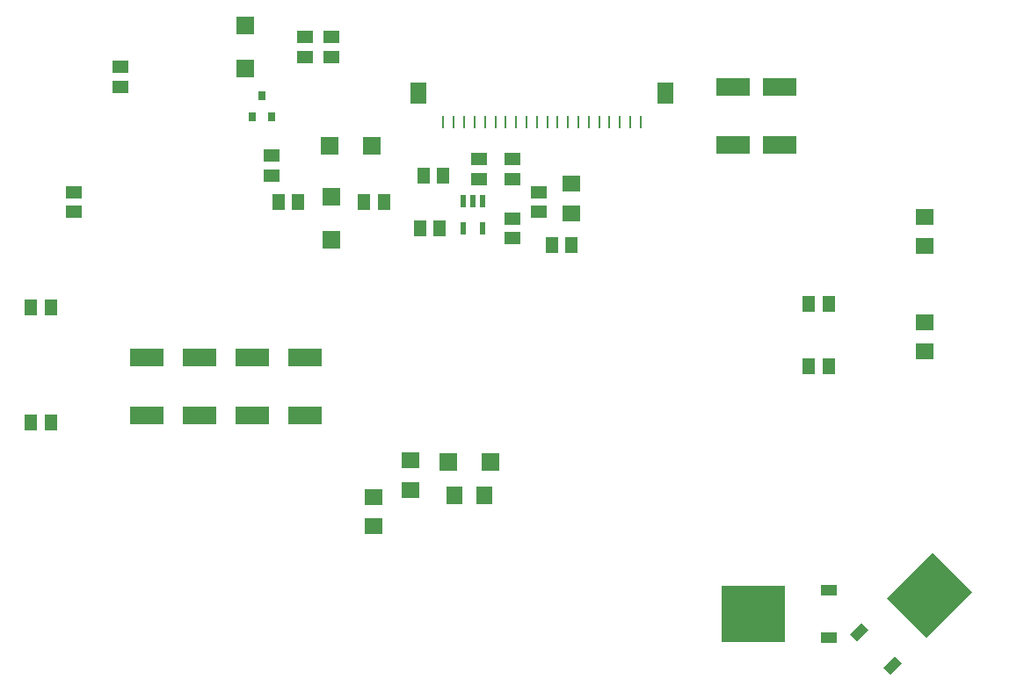
<source format=gbp>
G75*
%MOIN*%
%OFA0B0*%
%FSLAX25Y25*%
%IPPOS*%
%LPD*%
%AMOC8*
5,1,8,0,0,1.08239X$1,22.5*
%
%ADD10R,0.05118X0.05906*%
%ADD11R,0.12598X0.07087*%
%ADD12R,0.07098X0.06299*%
%ADD13R,0.05906X0.05118*%
%ADD14R,0.02362X0.04724*%
%ADD15R,0.06299X0.07098*%
%ADD16R,0.03150X0.03543*%
%ADD17R,0.06693X0.07087*%
%ADD18R,0.21260X0.24409*%
%ADD19R,0.03937X0.06299*%
%ADD20R,0.24409X0.21260*%
%ADD21R,0.06299X0.03937*%
%ADD22R,0.00984X0.04921*%
%ADD23R,0.06496X0.08071*%
%ADD24R,0.07087X0.06693*%
D10*
X0023510Y0117250D03*
X0030990Y0117250D03*
X0030990Y0161000D03*
X0023510Y0161000D03*
X0117260Y0201000D03*
X0124740Y0201000D03*
X0149760Y0201000D03*
X0157240Y0201000D03*
X0171010Y0191000D03*
X0178490Y0191000D03*
X0179740Y0211000D03*
X0172260Y0211000D03*
X0221010Y0184750D03*
X0228490Y0184750D03*
X0318510Y0162250D03*
X0325990Y0162250D03*
X0325990Y0138500D03*
X0318510Y0138500D03*
D11*
X0307250Y0222476D03*
X0289750Y0222476D03*
X0289750Y0244524D03*
X0307250Y0244524D03*
X0127250Y0142024D03*
X0107250Y0142024D03*
X0087250Y0142024D03*
X0067250Y0142024D03*
X0067250Y0119976D03*
X0087250Y0119976D03*
X0107250Y0119976D03*
X0127250Y0119976D03*
D12*
X0153500Y0077902D03*
X0153500Y0089098D03*
X0167250Y0091652D03*
X0167250Y0102848D03*
X0228500Y0196652D03*
X0228500Y0207848D03*
X0362250Y0195348D03*
X0362250Y0184152D03*
X0362250Y0155348D03*
X0362250Y0144152D03*
D13*
X0216000Y0197260D03*
X0206000Y0194740D03*
X0206000Y0187260D03*
X0216000Y0204740D03*
X0206000Y0209760D03*
X0206000Y0217240D03*
X0193500Y0217240D03*
X0193500Y0209760D03*
X0137250Y0256010D03*
X0137250Y0263490D03*
X0127250Y0263490D03*
X0127250Y0256010D03*
X0114750Y0218490D03*
X0114750Y0211010D03*
X0057250Y0244760D03*
X0057250Y0252240D03*
X0039750Y0204740D03*
X0039750Y0197260D03*
D14*
X0187260Y0201142D03*
X0191000Y0201142D03*
X0194740Y0201142D03*
X0194740Y0190858D03*
X0187260Y0190858D03*
D15*
X0184152Y0089750D03*
X0195348Y0089750D03*
D16*
X0114740Y0233313D03*
X0107260Y0233313D03*
X0111000Y0241187D03*
D17*
X0104750Y0251679D03*
X0104750Y0267821D03*
X0137250Y0202821D03*
X0137250Y0186679D03*
D18*
G36*
X0365322Y0067856D02*
X0380356Y0052822D01*
X0363098Y0035564D01*
X0348064Y0050598D01*
X0365322Y0067856D01*
G37*
D19*
G36*
X0338375Y0041353D02*
X0341158Y0038570D01*
X0336705Y0034117D01*
X0333922Y0036900D01*
X0338375Y0041353D01*
G37*
G36*
X0351070Y0028658D02*
X0353853Y0025875D01*
X0349400Y0021422D01*
X0346617Y0024205D01*
X0351070Y0028658D01*
G37*
D20*
X0297407Y0044750D03*
D21*
X0326148Y0035774D03*
X0326148Y0053726D03*
D22*
X0254652Y0231423D03*
X0250715Y0231423D03*
X0246778Y0231423D03*
X0242841Y0231423D03*
X0238904Y0231423D03*
X0234967Y0231423D03*
X0231030Y0231423D03*
X0227093Y0231423D03*
X0223156Y0231423D03*
X0219219Y0231423D03*
X0215281Y0231423D03*
X0211344Y0231423D03*
X0207407Y0231423D03*
X0203470Y0231423D03*
X0199533Y0231423D03*
X0195596Y0231423D03*
X0191659Y0231423D03*
X0187722Y0231423D03*
X0183785Y0231423D03*
X0179848Y0231423D03*
D23*
X0170400Y0242250D03*
X0264100Y0242250D03*
D24*
X0152821Y0222250D03*
X0136679Y0222250D03*
X0181679Y0102250D03*
X0197821Y0102250D03*
M02*

</source>
